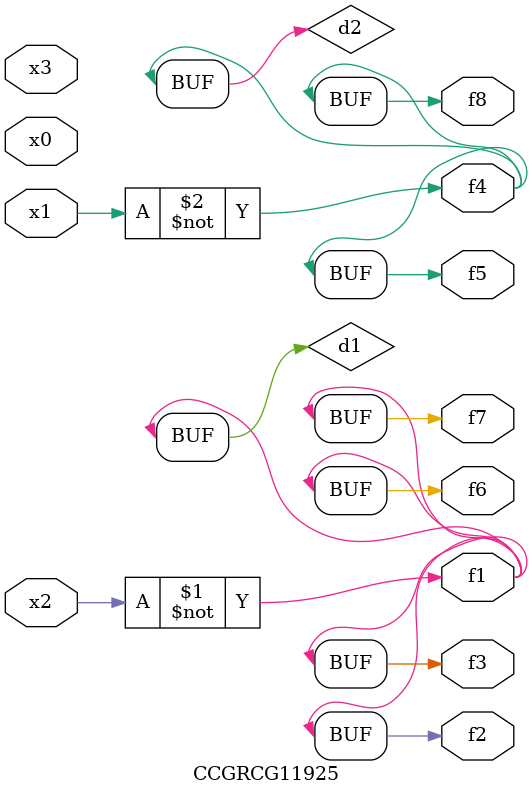
<source format=v>
module CCGRCG11925(
	input x0, x1, x2, x3,
	output f1, f2, f3, f4, f5, f6, f7, f8
);

	wire d1, d2;

	xnor (d1, x2);
	not (d2, x1);
	assign f1 = d1;
	assign f2 = d1;
	assign f3 = d1;
	assign f4 = d2;
	assign f5 = d2;
	assign f6 = d1;
	assign f7 = d1;
	assign f8 = d2;
endmodule

</source>
